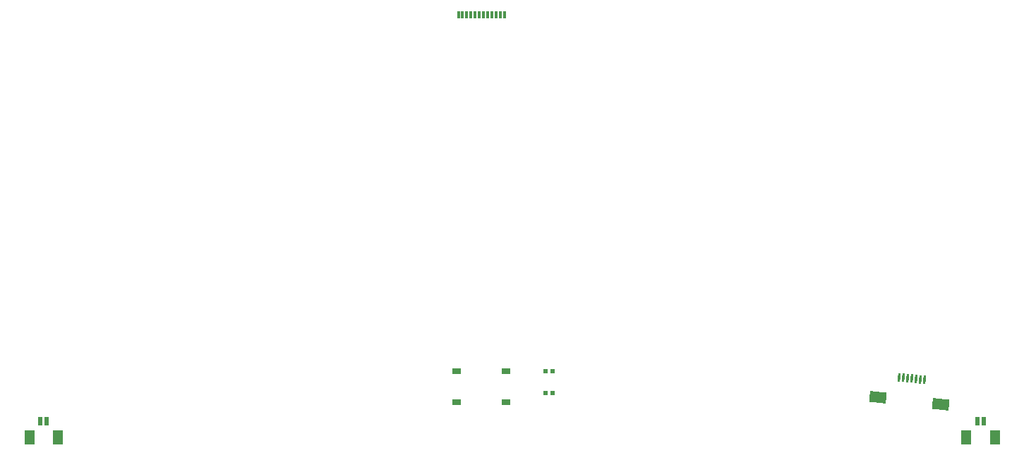
<source format=gbr>
%TF.GenerationSoftware,KiCad,Pcbnew,9.0.3*%
%TF.CreationDate,2025-09-02T15:02:19-07:00*%
%TF.ProjectId,UGC_Main_R5,5547435f-4d61-4696-9e5f-52352e6b6963,rev?*%
%TF.SameCoordinates,Original*%
%TF.FileFunction,Paste,Bot*%
%TF.FilePolarity,Positive*%
%FSLAX46Y46*%
G04 Gerber Fmt 4.6, Leading zero omitted, Abs format (unit mm)*
G04 Created by KiCad (PCBNEW 9.0.3) date 2025-09-02 15:02:19*
%MOMM*%
%LPD*%
G01*
G04 APERTURE LIST*
G04 Aperture macros list*
%AMRotRect*
0 Rectangle, with rotation*
0 The origin of the aperture is its center*
0 $1 length*
0 $2 width*
0 $3 Rotation angle, in degrees counterclockwise*
0 Add horizontal line*
21,1,$1,$2,0,0,$3*%
G04 Aperture macros list end*
%ADD10R,1.000000X0.750000*%
%ADD11R,0.500000X1.000000*%
%ADD12R,1.200000X1.700000*%
%ADD13R,0.500000X0.550000*%
%ADD14RotRect,0.300000X1.000000X174.000000*%
%ADD15RotRect,2.000000X1.300000X174.000000*%
%ADD16R,0.300000X0.900000*%
G04 APERTURE END LIST*
D10*
%TO.C,SW14*%
X94550457Y-72059400D03*
X88550457Y-72059400D03*
X94550457Y-75809400D03*
X88550457Y-75809400D03*
%TD*%
D11*
%TO.C,J10*%
X39430400Y-78014800D03*
X38630400Y-78014800D03*
D12*
X40730400Y-79964800D03*
X37330400Y-79964800D03*
%TD*%
D13*
%TO.C,SW15*%
X100092000Y-74695600D03*
X99292000Y-74695600D03*
X100092000Y-72045600D03*
X99292000Y-72045600D03*
%TD*%
D14*
%TO.C,J3*%
X144680765Y-73078785D03*
X144183506Y-73026521D03*
X143686243Y-72974253D03*
X143188983Y-72921993D03*
X142691722Y-72869728D03*
X142194460Y-72817464D03*
X141697200Y-72765200D03*
D15*
X146685936Y-76004408D03*
X139127576Y-75209993D03*
%TD*%
D11*
%TO.C,J1*%
X151850800Y-78014800D03*
X151050800Y-78014800D03*
D12*
X153150800Y-79964800D03*
X149750800Y-79964800D03*
%TD*%
D16*
%TO.C,J11*%
X88800457Y-29181200D03*
X89300457Y-29181200D03*
X89800457Y-29181200D03*
X90300457Y-29181200D03*
X90800457Y-29181200D03*
X91300457Y-29181200D03*
X91800457Y-29181200D03*
X92300457Y-29181200D03*
X92800457Y-29181200D03*
X93300457Y-29181200D03*
X93800457Y-29181200D03*
X94300457Y-29181200D03*
%TD*%
M02*

</source>
